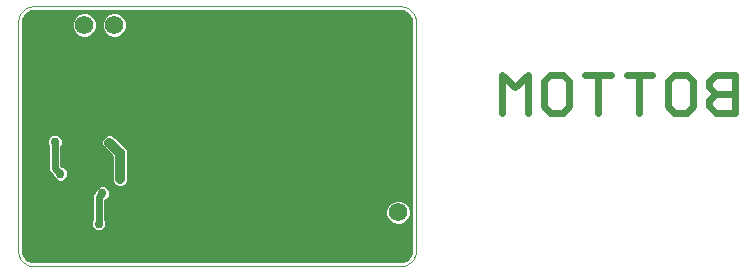
<source format=gbl>
G75*
G70*
%OFA0B0*%
%FSLAX24Y24*%
%IPPOS*%
%LPD*%
%AMOC8*
5,1,8,0,0,1.08239X$1,22.5*
%
%ADD10C,0.0230*%
%ADD11C,0.0020*%
%ADD12R,0.0950X0.1800*%
%ADD13C,0.0620*%
%ADD14C,0.0100*%
%ADD15C,0.0300*%
%ADD16C,0.0220*%
%ADD17C,0.0320*%
D10*
X022785Y005265D02*
X022785Y006536D01*
X023209Y006112D01*
X023632Y006536D01*
X023632Y005265D01*
X024166Y005477D02*
X024166Y006324D01*
X024378Y006536D01*
X024802Y006536D01*
X025014Y006324D01*
X025014Y005477D01*
X024802Y005265D01*
X024378Y005265D01*
X024166Y005477D01*
X025547Y006536D02*
X026395Y006536D01*
X025971Y006536D02*
X025971Y005265D01*
X027352Y005265D02*
X027352Y006536D01*
X026929Y006536D02*
X027776Y006536D01*
X028310Y006324D02*
X028522Y006536D01*
X028945Y006536D01*
X029157Y006324D01*
X029157Y005477D01*
X028945Y005265D01*
X028522Y005265D01*
X028310Y005477D01*
X028310Y006324D01*
X029691Y006324D02*
X029691Y006112D01*
X029903Y005901D01*
X030538Y005901D01*
X029903Y005901D02*
X029691Y005689D01*
X029691Y005477D01*
X029903Y005265D01*
X030538Y005265D01*
X030538Y006536D01*
X029903Y006536D01*
X029691Y006324D01*
D11*
X006654Y008311D02*
X006654Y000650D01*
X006656Y000606D01*
X006662Y000563D01*
X006671Y000521D01*
X006684Y000479D01*
X006701Y000439D01*
X006721Y000400D01*
X006744Y000363D01*
X006771Y000329D01*
X006800Y000296D01*
X006833Y000267D01*
X006867Y000240D01*
X006904Y000217D01*
X006943Y000197D01*
X006983Y000180D01*
X007025Y000167D01*
X007067Y000158D01*
X007110Y000152D01*
X007154Y000150D01*
X019402Y000150D01*
X019446Y000152D01*
X019489Y000158D01*
X019531Y000167D01*
X019573Y000180D01*
X019613Y000197D01*
X019652Y000217D01*
X019689Y000240D01*
X019723Y000267D01*
X019756Y000296D01*
X019785Y000329D01*
X019812Y000363D01*
X019835Y000400D01*
X019855Y000439D01*
X019872Y000479D01*
X019885Y000521D01*
X019894Y000563D01*
X019900Y000606D01*
X019902Y000650D01*
X019902Y008311D01*
X019900Y008355D01*
X019894Y008398D01*
X019885Y008440D01*
X019872Y008482D01*
X019855Y008522D01*
X019835Y008561D01*
X019812Y008598D01*
X019785Y008632D01*
X019756Y008665D01*
X019723Y008694D01*
X019689Y008721D01*
X019652Y008744D01*
X019613Y008764D01*
X019573Y008781D01*
X019531Y008794D01*
X019489Y008803D01*
X019446Y008809D01*
X019402Y008811D01*
X007154Y008811D01*
X007110Y008809D01*
X007067Y008803D01*
X007025Y008794D01*
X006983Y008781D01*
X006943Y008764D01*
X006904Y008744D01*
X006867Y008721D01*
X006833Y008694D01*
X006800Y008665D01*
X006771Y008632D01*
X006744Y008598D01*
X006721Y008561D01*
X006701Y008522D01*
X006684Y008482D01*
X006671Y008440D01*
X006662Y008398D01*
X006656Y008355D01*
X006654Y008311D01*
D12*
X015628Y007711D03*
X019078Y007711D03*
D13*
X009853Y008190D03*
X008853Y008190D03*
X019313Y002950D03*
X019313Y001950D03*
D14*
X018929Y002120D02*
X009553Y002120D01*
X009553Y002022D02*
X018893Y002022D01*
X018893Y002034D02*
X018893Y001866D01*
X018957Y001712D01*
X019075Y001594D01*
X019230Y001530D01*
X019397Y001530D01*
X019551Y001594D01*
X019669Y001712D01*
X019733Y001866D01*
X019733Y002034D01*
X019669Y002188D01*
X019551Y002306D01*
X019397Y002370D01*
X019230Y002370D01*
X019075Y002306D01*
X018957Y002188D01*
X018893Y002034D01*
X018893Y001923D02*
X009553Y001923D01*
X009553Y001825D02*
X018911Y001825D01*
X018951Y001726D02*
X009553Y001726D01*
X009553Y001718D02*
X009553Y002340D01*
X009601Y002360D01*
X009674Y002433D01*
X009713Y002528D01*
X009713Y002632D01*
X009674Y002727D01*
X009601Y002800D01*
X009505Y002840D01*
X009402Y002840D01*
X009306Y002800D01*
X009233Y002727D01*
X009193Y002632D01*
X009193Y002631D01*
X009113Y002551D01*
X009113Y001718D01*
X009113Y001717D01*
X009073Y001622D01*
X009073Y001518D01*
X009113Y001423D01*
X009186Y001350D01*
X009282Y001310D01*
X009385Y001310D01*
X009481Y001350D01*
X009554Y001423D01*
X009593Y001518D01*
X009593Y001622D01*
X009554Y001717D01*
X009553Y001718D01*
X009591Y001628D02*
X019042Y001628D01*
X019585Y001628D02*
X019742Y001628D01*
X019742Y001726D02*
X019675Y001726D01*
X019716Y001825D02*
X019742Y001825D01*
X019733Y001923D02*
X019742Y001923D01*
X019733Y002022D02*
X019742Y002022D01*
X019742Y002120D02*
X019697Y002120D01*
X019742Y002219D02*
X019639Y002219D01*
X019742Y002317D02*
X019525Y002317D01*
X019742Y002416D02*
X009657Y002416D01*
X009707Y002514D02*
X019742Y002514D01*
X019742Y002613D02*
X009713Y002613D01*
X009680Y002711D02*
X019742Y002711D01*
X019742Y002810D02*
X010144Y002810D01*
X010097Y002790D02*
X010196Y002831D01*
X010272Y002907D01*
X010313Y003006D01*
X010313Y003974D01*
X010272Y004073D01*
X009846Y004499D01*
X009747Y004540D01*
X009640Y004540D01*
X009540Y004499D01*
X009464Y004423D01*
X009423Y004324D01*
X009423Y004216D01*
X009464Y004117D01*
X009773Y003808D01*
X009773Y003006D01*
X009814Y002907D01*
X009890Y002831D01*
X009990Y002790D01*
X010097Y002790D01*
X009943Y002810D02*
X009579Y002810D01*
X009328Y002810D02*
X006814Y002810D01*
X006814Y002908D02*
X009814Y002908D01*
X009773Y003007D02*
X008193Y003007D01*
X008201Y003010D02*
X008274Y003083D01*
X008313Y003178D01*
X008313Y003282D01*
X008274Y003377D01*
X008201Y003450D01*
X008105Y003490D01*
X008104Y003490D01*
X008093Y003501D01*
X008093Y004142D01*
X008094Y004143D01*
X008133Y004238D01*
X008133Y004342D01*
X008094Y004437D01*
X008021Y004510D01*
X007925Y004550D01*
X007822Y004550D01*
X007726Y004510D01*
X007653Y004437D01*
X007613Y004342D01*
X007613Y004238D01*
X007653Y004143D01*
X007653Y004142D01*
X007653Y003319D01*
X007793Y003179D01*
X007793Y003178D01*
X007833Y003083D01*
X007906Y003010D01*
X008002Y002970D01*
X008105Y002970D01*
X008201Y003010D01*
X008283Y003105D02*
X009773Y003105D01*
X009773Y003204D02*
X008313Y003204D01*
X008305Y003302D02*
X009773Y003302D01*
X009773Y003401D02*
X008250Y003401D01*
X008095Y003499D02*
X009773Y003499D01*
X009773Y003598D02*
X008093Y003598D01*
X008093Y003696D02*
X009773Y003696D01*
X009773Y003795D02*
X008093Y003795D01*
X008093Y003893D02*
X009688Y003893D01*
X009590Y003992D02*
X008093Y003992D01*
X008093Y004090D02*
X009491Y004090D01*
X009435Y004189D02*
X008113Y004189D01*
X008133Y004287D02*
X009423Y004287D01*
X009449Y004386D02*
X008115Y004386D01*
X008047Y004484D02*
X009525Y004484D01*
X009861Y004484D02*
X019742Y004484D01*
X019742Y004386D02*
X009960Y004386D01*
X010058Y004287D02*
X019742Y004287D01*
X019742Y004189D02*
X010157Y004189D01*
X010255Y004090D02*
X019742Y004090D01*
X019742Y003992D02*
X010306Y003992D01*
X010313Y003893D02*
X019742Y003893D01*
X019742Y003795D02*
X010313Y003795D01*
X010313Y003696D02*
X019742Y003696D01*
X019742Y003598D02*
X010313Y003598D01*
X010313Y003499D02*
X019742Y003499D01*
X019742Y003401D02*
X010313Y003401D01*
X010313Y003302D02*
X019742Y003302D01*
X019742Y003204D02*
X010313Y003204D01*
X010313Y003105D02*
X019742Y003105D01*
X019742Y003007D02*
X010313Y003007D01*
X010273Y002908D02*
X019742Y002908D01*
X019102Y002317D02*
X009553Y002317D01*
X009553Y002219D02*
X018988Y002219D01*
X019742Y001529D02*
X009593Y001529D01*
X009557Y001431D02*
X019742Y001431D01*
X019742Y001332D02*
X009438Y001332D01*
X009228Y001332D02*
X006814Y001332D01*
X006814Y001234D02*
X019742Y001234D01*
X019742Y001135D02*
X006814Y001135D01*
X006814Y001037D02*
X019742Y001037D01*
X019742Y000938D02*
X006814Y000938D01*
X006814Y000840D02*
X019742Y000840D01*
X019742Y000741D02*
X006814Y000741D01*
X006814Y000650D02*
X006814Y008311D01*
X006820Y008378D01*
X006871Y008500D01*
X006965Y008594D01*
X007087Y008645D01*
X007154Y008652D01*
X019402Y008652D01*
X019468Y008645D01*
X019591Y008594D01*
X019685Y008500D01*
X019735Y008378D01*
X019742Y008311D01*
X019742Y000650D01*
X019735Y000584D01*
X019685Y000461D01*
X019591Y000367D01*
X019468Y000316D01*
X019402Y000310D01*
X007154Y000310D01*
X007087Y000316D01*
X006965Y000367D01*
X006871Y000461D01*
X006820Y000584D01*
X006814Y000650D01*
X006814Y000643D02*
X019741Y000643D01*
X019719Y000544D02*
X006837Y000544D01*
X006886Y000446D02*
X019669Y000446D01*
X019542Y000347D02*
X007013Y000347D01*
X006814Y001431D02*
X009110Y001431D01*
X009073Y001529D02*
X006814Y001529D01*
X006814Y001628D02*
X009076Y001628D01*
X009113Y001726D02*
X006814Y001726D01*
X006814Y001825D02*
X009113Y001825D01*
X009113Y001923D02*
X006814Y001923D01*
X006814Y002022D02*
X009113Y002022D01*
X009113Y002120D02*
X006814Y002120D01*
X006814Y002219D02*
X009113Y002219D01*
X009113Y002317D02*
X006814Y002317D01*
X006814Y002416D02*
X009113Y002416D01*
X009113Y002514D02*
X006814Y002514D01*
X006814Y002613D02*
X009175Y002613D01*
X009226Y002711D02*
X006814Y002711D01*
X006814Y003007D02*
X007913Y003007D01*
X007824Y003105D02*
X006814Y003105D01*
X006814Y003204D02*
X007769Y003204D01*
X007670Y003302D02*
X006814Y003302D01*
X006814Y003401D02*
X007653Y003401D01*
X007653Y003499D02*
X006814Y003499D01*
X006814Y003598D02*
X007653Y003598D01*
X007653Y003696D02*
X006814Y003696D01*
X006814Y003795D02*
X007653Y003795D01*
X007653Y003893D02*
X006814Y003893D01*
X006814Y003992D02*
X007653Y003992D01*
X007653Y004090D02*
X006814Y004090D01*
X006814Y004189D02*
X007634Y004189D01*
X007613Y004287D02*
X006814Y004287D01*
X006814Y004386D02*
X007631Y004386D01*
X007700Y004484D02*
X006814Y004484D01*
X006814Y004583D02*
X019742Y004583D01*
X019742Y004681D02*
X006814Y004681D01*
X006814Y004780D02*
X019742Y004780D01*
X019742Y004878D02*
X006814Y004878D01*
X006814Y004977D02*
X019742Y004977D01*
X019742Y005075D02*
X006814Y005075D01*
X006814Y005174D02*
X019742Y005174D01*
X019742Y005272D02*
X006814Y005272D01*
X006814Y005371D02*
X019742Y005371D01*
X019742Y005469D02*
X006814Y005469D01*
X006814Y005568D02*
X019742Y005568D01*
X019742Y005666D02*
X006814Y005666D01*
X006814Y005765D02*
X019742Y005765D01*
X019742Y005863D02*
X006814Y005863D01*
X006814Y005962D02*
X019742Y005962D01*
X019742Y006060D02*
X006814Y006060D01*
X006814Y006159D02*
X019742Y006159D01*
X019742Y006257D02*
X006814Y006257D01*
X006814Y006356D02*
X019742Y006356D01*
X019742Y006454D02*
X006814Y006454D01*
X006814Y006553D02*
X019742Y006553D01*
X019742Y006651D02*
X006814Y006651D01*
X006814Y006750D02*
X019742Y006750D01*
X019742Y006848D02*
X006814Y006848D01*
X006814Y006947D02*
X019742Y006947D01*
X019742Y007045D02*
X006814Y007045D01*
X006814Y007144D02*
X019742Y007144D01*
X019742Y007242D02*
X006814Y007242D01*
X006814Y007341D02*
X019742Y007341D01*
X019742Y007439D02*
X006814Y007439D01*
X006814Y007538D02*
X019742Y007538D01*
X019742Y007636D02*
X006814Y007636D01*
X006814Y007735D02*
X019742Y007735D01*
X019742Y007833D02*
X010089Y007833D01*
X010091Y007834D02*
X010209Y007952D01*
X010273Y008106D01*
X010273Y008274D01*
X010209Y008428D01*
X010091Y008546D01*
X009937Y008610D01*
X009770Y008610D01*
X009615Y008546D01*
X009497Y008428D01*
X009433Y008274D01*
X009433Y008106D01*
X009497Y007952D01*
X009615Y007834D01*
X009770Y007770D01*
X009937Y007770D01*
X010091Y007834D01*
X010189Y007932D02*
X019742Y007932D01*
X019742Y008030D02*
X010242Y008030D01*
X010273Y008129D02*
X019742Y008129D01*
X019742Y008227D02*
X010273Y008227D01*
X010252Y008326D02*
X019741Y008326D01*
X019716Y008424D02*
X010211Y008424D01*
X010115Y008523D02*
X019663Y008523D01*
X019526Y008621D02*
X007029Y008621D01*
X006893Y008523D02*
X008592Y008523D01*
X008615Y008546D02*
X008497Y008428D01*
X008433Y008274D01*
X008433Y008106D01*
X008497Y007952D01*
X008615Y007834D01*
X008770Y007770D01*
X008937Y007770D01*
X009091Y007834D01*
X009209Y007952D01*
X009273Y008106D01*
X009273Y008274D01*
X009209Y008428D01*
X009091Y008546D01*
X008937Y008610D01*
X008770Y008610D01*
X008615Y008546D01*
X008496Y008424D02*
X006839Y008424D01*
X006815Y008326D02*
X008455Y008326D01*
X008433Y008227D02*
X006814Y008227D01*
X006814Y008129D02*
X008433Y008129D01*
X008465Y008030D02*
X006814Y008030D01*
X006814Y007932D02*
X008518Y007932D01*
X008618Y007833D02*
X006814Y007833D01*
X009089Y007833D02*
X009618Y007833D01*
X009518Y007932D02*
X009189Y007932D01*
X009242Y008030D02*
X009465Y008030D01*
X009433Y008129D02*
X009273Y008129D01*
X009273Y008227D02*
X009433Y008227D01*
X009455Y008326D02*
X009252Y008326D01*
X009211Y008424D02*
X009496Y008424D01*
X009592Y008523D02*
X009115Y008523D01*
D15*
X010624Y008237D03*
X011614Y008247D03*
X011344Y007517D03*
X012294Y007407D03*
X013394Y006867D03*
X013594Y006417D03*
X014803Y005934D03*
X015803Y005934D03*
X016243Y006244D03*
X015623Y006600D03*
X014803Y006934D03*
X014928Y007704D03*
X014484Y008237D03*
X013744Y008257D03*
X016323Y007700D03*
X016603Y008460D03*
X018083Y008480D03*
X018393Y007706D03*
X018103Y006880D03*
X019077Y006584D03*
X019414Y005997D03*
X018003Y005180D03*
X017138Y004218D03*
X016643Y004038D03*
X016188Y004248D03*
X016264Y003457D03*
X017264Y003457D03*
X018843Y003923D03*
X019313Y004028D03*
X015684Y002517D03*
X015644Y001617D03*
X016550Y001445D03*
X016950Y000965D03*
X016454Y000747D03*
X017550Y000955D03*
X017970Y001445D03*
X018454Y000747D03*
X019454Y000747D03*
X014804Y001067D03*
X013264Y001457D03*
X012004Y001547D03*
X011580Y001082D03*
X010980Y001082D03*
X010380Y001082D03*
X009780Y001082D03*
X009333Y001570D03*
X007624Y001237D03*
X008454Y000747D03*
X009204Y000747D03*
X007024Y000537D03*
X007174Y002107D03*
X007174Y003107D03*
X008053Y003230D03*
X009453Y002580D03*
X010043Y003060D03*
X011584Y003047D03*
X012764Y002957D03*
X013264Y003457D03*
X012824Y003877D03*
X013993Y004028D03*
X014460Y004272D03*
X015333Y005164D03*
X012743Y005184D03*
X012343Y005584D03*
X011843Y005184D03*
X012043Y005984D03*
X011174Y006107D03*
X010424Y006107D03*
X009354Y005537D03*
X008174Y006107D03*
X007174Y006107D03*
X007174Y007107D03*
X008174Y007107D03*
X007174Y008107D03*
X010424Y007107D03*
X011594Y006547D03*
X009144Y004787D03*
X009693Y004270D03*
X007873Y004290D03*
X007794Y004927D03*
X011824Y003877D03*
X013264Y002457D03*
X015264Y003457D03*
X012204Y000747D03*
X016643Y006720D03*
D16*
X009693Y004290D02*
X009693Y004270D01*
X007873Y004290D02*
X007873Y003410D01*
X008053Y003230D01*
X009333Y002460D02*
X009453Y002580D01*
X009333Y002460D02*
X009333Y001810D01*
X009333Y001570D01*
D17*
X010043Y003060D02*
X010043Y003920D01*
X009693Y004270D01*
M02*

</source>
